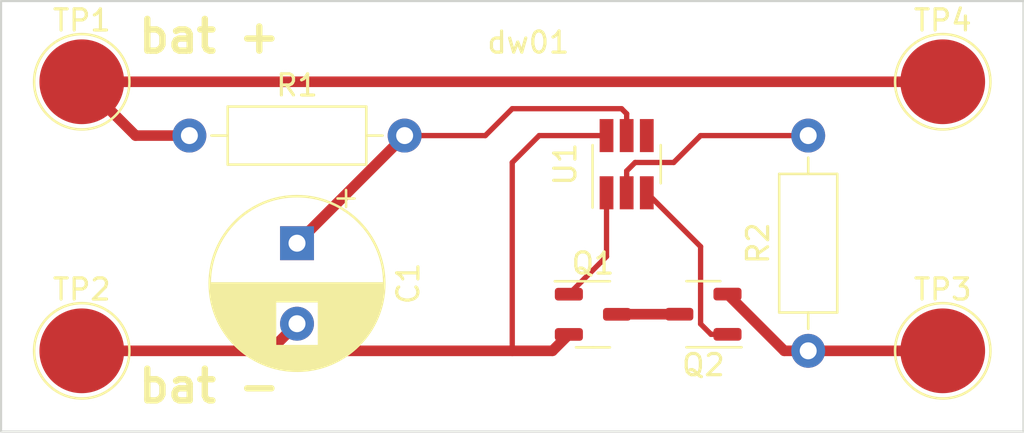
<source format=kicad_pcb>
(kicad_pcb (version 20221018) (generator pcbnew)
  (layers (0 "F.Cu" signal) (31 "B.Cu" signal) (34 "B.Paste" user) (35 "F.Paste" user) (36 "B.SilkS" user "B.Silkscreen") (37 "F.SilkS" user "F.Silkscreen") (38 "B.Mask" user) (39 "F.Mask" user) (44 "Edge.Cuts" user))
  (net 0 "")
  (net 1 "Net-(Q1-D)")
  (net 2 "Net-(Q1-G)")
  (net 3 "Net-(U1-VDD)")
  (net 4 "Net-(U1-CSI)")
  (net 6 "Net-(Q1-S)")
  (net 7 "Net-(R1-Pad1)")
  (net 8 "Net-(Q2-G)")
  (net 9 "Net-(Q2-S)")
  (footprint "Resistor_THT:R_Axial_DIN0207_L6.3mm_D2.5mm_P10.16mm_Horizontal" (layer "F.Cu") (at 102.87 86.36 90)
    (fp_text reference "R2" (at 5.08 -2.37 90) (layer "F.SilkS"))
    (fp_text value "1k")
    (fp_line (start 1.04 0) (end 1.81 0) (stroke (width 0.12)) (layer "F.SilkS"))
    (fp_line (start 1.81 -1.37) (end 1.81 1.37) (stroke (width 0.12)) (layer "F.SilkS"))
    (fp_line (start 1.81 1.37) (end 8.35 1.37) (stroke (width 0.12)) (layer "F.SilkS"))
    (fp_line (start 8.35 -1.37) (end 1.81 -1.37) (stroke (width 0.12)) (layer "F.SilkS"))
    (fp_line (start 8.35 1.37) (end 8.35 -1.37) (stroke (width 0.12)) (layer "F.SilkS"))
    (fp_line (start 9.12 0) (end 8.35 0) (stroke (width 0.12)) (layer "F.SilkS"))
    (pad "1" thru_hole circle (at 0 0 90) (size 1.6 1.6) (drill 0.8) (layers "*.Cu" "*.Mask") (net 9 "Net-(Q2-S)"))
    (pad "2" thru_hole oval (at 10.16 0 90) (size 1.6 1.6) (drill 0.8) (layers "*.Cu" "*.Mask") (net 4 "Net-(U1-CSI)"))
  )
  (footprint "TestPoint:TestPoint_Pad_D4.0mm" (layer "F.Cu") (at 68.58 86.36)
    (fp_text reference "TP2" (at 0 -2.898) (layer "F.SilkS"))
    (fp_text value "Bat -")
    (fp_circle (center 0 0) (end 0 2.25) (stroke (width 0.12)) (fill none) (layer "F.SilkS"))
    (pad "1" smd circle (at 0 0) (size 4 4) (layers "F.Cu" "F.Mask") (net 6 "Net-(Q1-S)"))
  )
  (footprint "Package_TO_SOT_SMD:SOT-23-6_Handsoldering" (layer "F.Cu") (at 94.3 77.55 90)
    (fp_text reference "U1" (at 0 -2.9 90) (layer "F.SilkS"))
    (fp_text value "~")
    (fp_line (start -0.9 1.61) (end 0.9 1.61) (stroke (width 0.12)) (layer "F.SilkS"))
    (fp_line (start 0.9 -1.61) (end -2.05 -1.61) (stroke (width 0.12)) (layer "F.SilkS"))
    (pad "1" smd rect (at -1.35 -0.95 90) (size 1.56 0.65) (layers "F.Cu" "F.Paste" "F.Mask") (net 2 "Net-(Q1-G)"))
    (pad "2" smd rect (at -1.35 0 90) (size 1.56 0.65) (layers "F.Cu" "F.Paste" "F.Mask") (net 4 "Net-(U1-CSI)"))
    (pad "3" smd rect (at -1.35 0.95 90) (size 1.56 0.65) (layers "F.Cu" "F.Paste" "F.Mask") (net 8 "Net-(Q2-G)"))
    (pad "4" smd rect (at 1.35 0.95 90) (size 1.56 0.65) (layers "F.Cu" "F.Paste" "F.Mask"))
    (pad "5" smd rect (at 1.35 0 90) (size 1.56 0.65) (layers "F.Cu" "F.Paste" "F.Mask") (net 3 "Net-(U1-VDD)"))
    (pad "6" smd rect (at 1.35 -0.95 90) (size 1.56 0.65) (layers "F.Cu" "F.Paste" "F.Mask") (net 6 "Net-(Q1-S)"))
  )
  (footprint "Package_TO_SOT_SMD:SOT-23-3" (layer "F.Cu") (at 92.71 84.635967)
    (fp_text reference "Q1" (at 0 -2.4) (layer "F.SilkS"))
    (fp_text value "~")
    (fp_line (start 0 -1.56) (end -1.8 -1.56) (stroke (width 0.12)) (layer "F.SilkS"))
    (fp_line (start 0 -1.56) (end 0.8 -1.56) (stroke (width 0.12)) (layer "F.SilkS"))
    (fp_line (start 0 1.56) (end -0.8 1.56) (stroke (width 0.12)) (layer "F.SilkS"))
    (fp_line (start 0 1.56) (end 0.8 1.56) (stroke (width 0.12)) (layer "F.SilkS"))
    (pad "1" smd roundrect (at -1.1375 -0.95) (size 1.325 0.6) (layers "F.Cu" "F.Paste" "F.Mask") (net 2 "Net-(Q1-G)"))
    (pad "2" smd roundrect (at -1.1375 0.95) (size 1.325 0.6) (layers "F.Cu" "F.Paste" "F.Mask") (net 6 "Net-(Q1-S)"))
    (pad "3" smd roundrect (at 1.1375 0) (size 1.325 0.6) (layers "F.Cu" "F.Paste" "F.Mask") (net 1 "Net-(Q1-D)"))
  )
  (footprint "TestPoint:TestPoint_Pad_D4.0mm" (layer "F.Cu") (at 109.22 86.36)
    (fp_text reference "TP3" (at 0 -2.898) (layer "F.SilkS"))
    (fp_text value "Load -")
    (fp_circle (center 0 0) (end 0 2.25) (stroke (width 0.12)) (fill none) (layer "F.SilkS"))
    (pad "1" smd circle (at 0 0) (size 4 4) (layers "F.Cu" "F.Mask") (net 9 "Net-(Q2-S)"))
  )
  (footprint "Capacitor_THT:CP_Radial_D8.0mm_P3.80mm" (layer "F.Cu") (at 78.74 81.28 -90)
    (fp_text reference "C1" (at 1.9 -5.25 90) (layer "F.SilkS"))
    (fp_text value ".1uF")
    (fp_line (start -2.509698 -2.315) (end -1.709698 -2.315) (stroke (width 0.12)) (layer "F.SilkS"))
    (fp_line (start -2.109698 -2.715) (end -2.109698 -1.915) (stroke (width 0.12)) (layer "F.SilkS"))
    (fp_line (start 1.9 -4.08) (end 1.9 4.08) (stroke (width 0.12)) (layer "F.SilkS"))
    (fp_line (start 1.94 -4.08) (end 1.94 4.08) (stroke (width 0.12)) (layer "F.SilkS"))
    (fp_line (start 1.98 -4.08) (end 1.98 4.08) (stroke (width 0.12)) (layer "F.SilkS"))
    (fp_line (start 2.02 -4.079) (end 2.02 4.079) (stroke (width 0.12)) (layer "F.SilkS"))
    (fp_line (start 2.06 -4.077) (end 2.06 4.077) (stroke (width 0.12)) (layer "F.SilkS"))
    (fp_line (start 2.1 -4.076) (end 2.1 4.076) (stroke (width 0.12)) (layer "F.SilkS"))
    (fp_line (start 2.14 -4.074) (end 2.14 4.074) (stroke (width 0.12)) (layer "F.SilkS"))
    (fp_line (start 2.18 -4.071) (end 2.18 4.071) (stroke (width 0.12)) (layer "F.SilkS"))
    (fp_line (start 2.22 -4.068) (end 2.22 4.068) (stroke (width 0.12)) (layer "F.SilkS"))
    (fp_line (start 2.26 -4.065) (end 2.26 4.065) (stroke (width 0.12)) (layer "F.SilkS"))
    (fp_line (start 2.3 -4.061) (end 2.3 4.061) (stroke (width 0.12)) (layer "F.SilkS"))
    (fp_line (start 2.34 -4.057) (end 2.34 4.057) (stroke (width 0.12)) (layer "F.SilkS"))
    (fp_line (start 2.38 -4.052) (end 2.38 4.052) (stroke (width 0.12)) (layer "F.SilkS"))
    (fp_line (start 2.42 -4.048) (end 2.42 4.048) (stroke (width 0.12)) (layer "F.SilkS"))
    (fp_line (start 2.46 -4.042) (end 2.46 4.042) (stroke (width 0.12)) (layer "F.SilkS"))
    (fp_line (start 2.5 -4.037) (end 2.5 4.037) (stroke (width 0.12)) (layer "F.SilkS"))
    (fp_line (start 2.54 -4.03) (end 2.54 4.03) (stroke (width 0.12)) (layer "F.SilkS"))
    (fp_line (start 2.58 -4.024) (end 2.58 4.024) (stroke (width 0.12)) (layer "F.SilkS"))
    (fp_line (start 2.621 -4.017) (end 2.621 4.017) (stroke (width 0.12)) (layer "F.SilkS"))
    (fp_line (start 2.661 -4.01) (end 2.661 4.01) (stroke (width 0.12)) (layer "F.SilkS"))
    (fp_line (start 2.701 -4.002) (end 2.701 4.002) (stroke (width 0.12)) (layer "F.SilkS"))
    (fp_line (start 2.741 -3.994) (end 2.741 3.994) (stroke (width 0.12)) (layer "F.SilkS"))
    (fp_line (start 2.781 -3.985) (end 2.781 -1.04) (stroke (width 0.12)) (layer "F.SilkS"))
    (fp_line (start 2.781 1.04) (end 2.781 3.985) (stroke (width 0.12)) (layer "F.SilkS"))
    (fp_line (start 2.821 -3.976) (end 2.821 -1.04) (stroke (width 0.12)) (layer "F.SilkS"))
    (fp_line (start 2.821 1.04) (end 2.821 3.976) (stroke (width 0.12)) (layer "F.SilkS"))
    (fp_line (start 2.861 -3.967) (end 2.861 -1.04) (stroke (width 0.12)) (layer "F.SilkS"))
    (fp_line (start 2.861 1.04) (end 2.861 3.967) (stroke (width 0.12)) (layer "F.SilkS"))
    (fp_line (start 2.901 -3.957) (end 2.901 -1.04) (stroke (width 0.12)) (layer "F.SilkS"))
    (fp_line (start 2.901 1.04) (end 2.901 3.957) (stroke (width 0.12)) (layer "F.SilkS"))
    (fp_line (start 2.941 -3.947) (end 2.941 -1.04) (stroke (width 0.12)) (layer "F.SilkS"))
    (fp_line (start 2.941 1.04) (end 2.941 3.947) (stroke (width 0.12)) (layer "F.SilkS"))
    (fp_line (start 2.981 -3.936) (end 2.981 -1.04) (stroke (width 0.12)) (layer "F.SilkS"))
    (fp_line (start 2.981 1.04) (end 2.981 3.936) (stroke (width 0.12)) (layer "F.SilkS"))
    (fp_line (start 3.021 -3.925) (end 3.021 -1.04) (stroke (width 0.12)) (layer "F.SilkS"))
    (fp_line (start 3.021 1.04) (end 3.021 3.925) (stroke (width 0.12)) (layer "F.SilkS"))
    (fp_line (start 3.061 -3.914) (end 3.061 -1.04) (stroke (width 0.12)) (layer "F.SilkS"))
    (fp_line (start 3.061 1.04) (end 3.061 3.914) (stroke (width 0.12)) (layer "F.SilkS"))
    (fp_line (start 3.101 -3.902) (end 3.101 -1.04) (stroke (width 0.12)) (layer "F.SilkS"))
    (fp_line (start 3.101 1.04) (end 3.101 3.902) (stroke (width 0.12)) (layer "F.SilkS"))
    (fp_line (start 3.141 -3.889) (end 3.141 -1.04) (stroke (width 0.12)) (layer "F.SilkS"))
    (fp_line (start 3.141 1.04) (end 3.141 3.889) (stroke (width 0.12)) (layer "F.SilkS"))
    (fp_line (start 3.181 -3.877) (end 3.181 -1.04) (stroke (width 0.12)) (layer "F.SilkS"))
    (fp_line (start 3.181 1.04) (end 3.181 3.877) (stroke (width 0.12)) (layer "F.SilkS"))
    (fp_line (start 3.221 -3.863) (end 3.221 -1.04) (stroke (width 0.12)) (layer "F.SilkS"))
    (fp_line (start 3.221 1.04) (end 3.221 3.863) (stroke (width 0.12)) (layer "F.SilkS"))
    (fp_line (start 3.261 -3.85) (end 3.261 -1.04) (stroke (width 0.12)) (layer "F.SilkS"))
    (fp_line (start 3.261 1.04) (end 3.261 3.85) (stroke (width 0.12)) (layer "F.SilkS"))
    (fp_line (start 3.301 -3.835) (end 3.301 -1.04) (stroke (width 0.12)) (layer "F.SilkS"))
    (fp_line (start 3.301 1.04) (end 3.301 3.835) (stroke (width 0.12)) (layer "F.SilkS"))
    (fp_line (start 3.341 -3.821) (end 3.341 -1.04) (stroke (width 0.12)) (layer "F.SilkS"))
    (fp_line (start 3.341 1.04) (end 3.341 3.821) (stroke (width 0.12)) (layer "F.SilkS"))
    (fp_line (start 3.381 -3.805) (end 3.381 -1.04) (stroke (width 0.12)) (layer "F.SilkS"))
    (fp_line (start 3.381 1.04) (end 3.381 3.805) (stroke (width 0.12)) (layer "F.SilkS"))
    (fp_line (start 3.421 -3.79) (end 3.421 -1.04) (stroke (width 0.12)) (layer "F.SilkS"))
    (fp_line (start 3.421 1.04) (end 3.421 3.79) (stroke (width 0.12)) (layer "F.SilkS"))
    (fp_line (start 3.461 -3.774) (end 3.461 -1.04) (stroke (width 0.12)) (layer "F.SilkS"))
    (fp_line (start 3.461 1.04) (end 3.461 3.774) (stroke (width 0.12)) (layer "F.SilkS"))
    (fp_line (start 3.501 -3.757) (end 3.501 -1.04) (stroke (width 0.12)) (layer "F.SilkS"))
    (fp_line (start 3.501 1.04) (end 3.501 3.757) (stroke (width 0.12)) (layer "F.SilkS"))
    (fp_line (start 3.541 -3.74) (end 3.541 -1.04) (stroke (width 0.12)) (layer "F.SilkS"))
    (fp_line (start 3.541 1.04) (end 3.541 3.74) (stroke (width 0.12)) (layer "F.SilkS"))
    (fp_line (start 3.581 -3.722) (end 3.581 -1.04) (stroke (width 0.12)) (layer "F.SilkS"))
    (fp_line (start 3.581 1.04) (end 3.581 3.722) (stroke (width 0.12)) (layer "F.SilkS"))
    (fp_line (start 3.621 -3.704) (end 3.621 -1.04) (stroke (width 0.12)) (layer "F.SilkS"))
    (fp_line (start 3.621 1.04) (end 3.621 3.704) (stroke (width 0.12)) (layer "F.SilkS"))
    (fp_line (start 3.661 -3.686) (end 3.661 -1.04) (stroke (width 0.12)) (layer "F.SilkS"))
    (fp_line (start 3.661 1.04) (end 3.661 3.686) (stroke (width 0.12)) (layer "F.SilkS"))
    (fp_line (start 3.701 -3.666) (end 3.701 -1.04) (stroke (width 0.12)) (layer "F.SilkS"))
    (fp_line (start 3.701 1.04) (end 3.701 3.666) (stroke (width 0.12)) (layer "F.SilkS"))
    (fp_line (start 3.741 -3.647) (end 3.741 -1.04) (stroke (width 0.12)) (layer "F.SilkS"))
    (fp_line (start 3.741 1.04) (end 3.741 3.647) (stroke (width 0.12)) (layer "F.SilkS"))
    (fp_line (start 3.781 -3.627) (end 3.781 -1.04) (stroke (width 0.12)) (layer "F.SilkS"))
    (fp_line (start 3.781 1.04) (end 3.781 3.627) (stroke (width 0.12)) (layer "F.SilkS"))
    (fp_line (start 3.821 -3.606) (end 3.821 -1.04) (stroke (width 0.12)) (layer "F.SilkS"))
    (fp_line (start 3.821 1.04) (end 3.821 3.606) (stroke (width 0.12)) (layer "F.SilkS"))
    (fp_line (start 3.861 -3.584) (end 3.861 -1.04) (stroke (width 0.12)) (layer "F.SilkS"))
    (fp_line (start 3.861 1.04) (end 3.861 3.584) (stroke (width 0.12)) (layer "F.SilkS"))
    (fp_line (start 3.901 -3.562) (end 3.901 -1.04) (stroke (width 0.12)) (layer "F.SilkS"))
    (fp_line (start 3.901 1.04) (end 3.901 3.562) (stroke (width 0.12)) (layer "F.SilkS"))
    (fp_line (start 3.941 -3.54) (end 3.941 -1.04) (stroke (width 0.12)) (layer "F.SilkS"))
    (fp_line (start 3.941 1.04) (end 3.941 3.54) (stroke (width 0.12)) (layer "F.SilkS"))
    (fp_line (start 3.981 -3.517) (end 3.981 -1.04) (stroke (width 0.12)) (layer "F.SilkS"))
    (fp_line (start 3.981 1.04) (end 3.981 3.517) (stroke (width 0.12)) (layer "F.SilkS"))
    (fp_line (start 4.021 -3.493) (end 4.021 -1.04) (stroke (width 0.12)) (layer "F.SilkS"))
    (fp_line (start 4.021 1.04) (end 4.021 3.493) (stroke (width 0.12)) (layer "F.SilkS"))
    (fp_line (start 4.061 -3.469) (end 4.061 -1.04) (stroke (width 0.12)) (layer "F.SilkS"))
    (fp_line (start 4.061 1.04) (end 4.061 3.469) (stroke (width 0.12)) (layer "F.SilkS"))
    (fp_line (start 4.101 -3.444) (end 4.101 -1.04) (stroke (width 0.12)) (layer "F.SilkS"))
    (fp_line (start 4.101 1.04) (end 4.101 3.444) (stroke (width 0.12)) (layer "F.SilkS"))
    (fp_line (start 4.141 -3.418) (end 4.141 -1.04) (stroke (width 0.12)) (layer "F.SilkS"))
    (fp_line (start 4.141 1.04) (end 4.141 3.418) (stroke (width 0.12)) (layer "F.SilkS"))
    (fp_line (start 4.181 -3.392) (end 4.181 -1.04) (stroke (width 0.12)) (layer "F.SilkS"))
    (fp_line (start 4.181 1.04) (end 4.181 3.392) (stroke (width 0.12)) (layer "F.SilkS"))
    (fp_line (start 4.221 -3.365) (end 4.221 -1.04) (stroke (width 0.12)) (layer "F.SilkS"))
    (fp_line (start 4.221 1.04) (end 4.221 3.365) (stroke (width 0.12)) (layer "F.SilkS"))
    (fp_line (start 4.261 -3.338) (end 4.261 -1.04) (stroke (width 0.12)) (layer "F.SilkS"))
    (fp_line (start 4.261 1.04) (end 4.261 3.338) (stroke (width 0.12)) (layer "F.SilkS"))
    (fp_line (start 4.301 -3.309) (end 4.301 -1.04) (stroke (width 0.12)) (layer "F.SilkS"))
    (fp_line (start 4.301 1.04) (end 4.301 3.309) (stroke (width 0.12)) (layer "F.SilkS"))
    (fp_line (start 4.341 -3.28) (end 4.341 -1.04) (stroke (width 0.12)) (layer "F.SilkS"))
    (fp_line (start 4.341 1.04) (end 4.341 3.28) (stroke (width 0.12)) (layer "F.SilkS"))
    (fp_line (start 4.381 -3.25) (end 4.381 -1.04) (stroke (width 0.12)) (layer "F.SilkS"))
    (fp_line (start 4.381 1.04) (end 4.381 3.25) (stroke (width 0.12)) (layer "F.SilkS"))
    (fp_line (start 4.421 -3.22) (end 4.421 -1.04) (stroke (width 0.12)) (layer "F.SilkS"))
    (fp_line (start 4.421 1.04) (end 4.421 3.22) (stroke (width 0.12)) (layer "F.SilkS"))
    (fp_line (start 4.461 -3.189) (end 4.461 -1.04) (stroke (width 0.12)) (layer "F.SilkS"))
    (fp_line (start 4.461 1.04) (end 4.461 3.189) (stroke (width 0.12)) (layer "F.SilkS"))
    (fp_line (start 4.501 -3.156) (end 4.501 -1.04) (stroke (width 0.12)) (layer "F.SilkS"))
    (fp_line (start 4.501 1.04) (end 4.501 3.156) (stroke (width 0.12)) (layer "F.SilkS"))
    (fp_line (start 4.541 -3.124) (end 4.541 -1.04) (stroke (width 0.12)) (layer "F.SilkS"))
    (fp_line (start 4.541 1.04) (end 4.541 3.124) (stroke (width 0.12)) (layer "F.SilkS"))
    (fp_line (start 4.581 -3.09) (end 4.581 -1.04) (stroke (width 0.12)) (layer "F.SilkS"))
    (fp_line (start 4.581 1.04) (end 4.581 3.09) (stroke (width 0.12)) (layer "F.SilkS"))
    (fp_line (start 4.621 -3.055) (end 4.621 -1.04) (stroke (width 0.12)) (layer "F.SilkS"))
    (fp_line (start 4.621 1.04) (end 4.621 3.055) (stroke (width 0.12)) (layer "F.SilkS"))
    (fp_line (start 4.661 -3.019) (end 4.661 -1.04) (stroke (width 0.12)) (layer "F.SilkS"))
    (fp_line (start 4.661 1.04) (end 4.661 3.019) (stroke (width 0.12)) (layer "F.SilkS"))
    (fp_line (start 4.701 -2.983) (end 4.701 -1.04) (stroke (width 0.12)) (layer "F.SilkS"))
    (fp_line (start 4.701 1.04) (end 4.701 2.983) (stroke (width 0.12)) (layer "F.SilkS"))
    (fp_line (start 4.741 -2.945) (end 4.741 -1.04) (stroke (width 0.12)) (layer "F.SilkS"))
    (fp_line (start 4.741 1.04) (end 4.741 2.945) (stroke (width 0.12)) (layer "F.SilkS"))
    (fp_line (start 4.781 -2.907) (end 4.781 -1.04) (stroke (width 0.12)) (layer "F.SilkS"))
    (fp_line (start 4.781 1.04) (end 4.781 2.907) (stroke (width 0.12)) (layer "F.SilkS"))
    (fp_line (start 4.821 -2.867) (end 4.821 -1.04) (stroke (width 0.12)) (layer "F.SilkS"))
    (fp_line (start 4.821 1.04) (end 4.821 2.867) (stroke (width 0.12)) (layer "F.SilkS"))
    (fp_line (start 4.861 -2.826) (end 4.861 2.826) (stroke (width 0.12)) (layer "F.SilkS"))
    (fp_line (start 4.901 -2.784) (end 4.901 2.784) (stroke (width 0.12)) (layer "F.SilkS"))
    (fp_line (start 4.941 -2.741) (end 4.941 2.741) (stroke (width 0.12)) (layer "F.SilkS"))
    (fp_line (start 4.981 -2.697) (end 4.981 2.697) (stroke (width 0.12)) (layer "F.SilkS"))
    (fp_line (start 5.021 -2.651) (end 5.021 2.651) (stroke (width 0.12)) (layer "F.SilkS"))
    (fp_line (start 5.061 -2.604) (end 5.061 2.604) (stroke (width 0.12)) (layer "F.SilkS"))
    (fp_line (start 5.101 -2.556) (end 5.101 2.556) (stroke (width 0.12)) (layer "F.SilkS"))
    (fp_line (start 5.141 -2.505) (end 5.141 2.505) (stroke (width 0.12)) (layer "F.SilkS"))
    (fp_line (start 5.181 -2.454) (end 5.181 2.454) (stroke (width 0.12)) (layer "F.SilkS"))
    (fp_line (start 5.221 -2.4) (end 5.221 2.4) (stroke (width 0.12)) (layer "F.SilkS"))
    (fp_line (start 5.261 -2.345) (end 5.261 2.345) (stroke (width 0.12)) (layer "F.SilkS"))
    (fp_line (start 5.301 -2.287) (end 5.301 2.287) (stroke (width 0.12)) (layer "F.SilkS"))
    (fp_line (start 5.341 -2.228) (end 5.341 2.228) (stroke (width 0.12)) (layer "F.SilkS"))
    (fp_line (start 5.381 -2.166) (end 5.381 2.166) (stroke (width 0.12)) (layer "F.SilkS"))
    (fp_line (start 5.421 -2.102) (end 5.421 2.102) (stroke (width 0.12)) (layer "F.SilkS"))
    (fp_line (start 5.461 -2.034) (end 5.461 2.034) (stroke (width 0.12)) (layer "F.SilkS"))
    (fp_line (start 5.501 -1.964) (end 5.501 1.964) (stroke (width 0.12)) (layer "F.SilkS"))
    (fp_line (start 5.541 -1.89) (end 5.541 1.89) (stroke (width 0.12)) (layer "F.SilkS"))
    (fp_line (start 5.581 -1.813) (end 5.581 1.813) (stroke (width 0.12)) (layer "F.SilkS"))
    (fp_line (start 5.621 -1.731) (end 5.621 1.731) (stroke (width 0.12)) (layer "F.SilkS"))
    (fp_line (start 5.661 -1.645) (end 5.661 1.645) (stroke (width 0.12)) (layer "F.SilkS"))
    (fp_line (start 5.701 -1.552) (end 5.701 1.552) (stroke (width 0.12)) (layer "F.SilkS"))
    (fp_line (start 5.741 -1.453) (end 5.741 1.453) (stroke (width 0.12)) (layer "F.SilkS"))
    (fp_line (start 5.781 -1.346) (end 5.781 1.346) (stroke (width 0.12)) (layer "F.SilkS"))
    (fp_line (start 5.821 -1.229) (end 5.821 1.229) (stroke (width 0.12)) (layer "F.SilkS"))
    (fp_line (start 5.861 -1.098) (end 5.861 1.098) (stroke (width 0.12)) (layer "F.SilkS"))
    (fp_line (start 5.901 -0.948) (end 5.901 0.948) (stroke (width 0.12)) (layer "F.SilkS"))
    (fp_line (start 5.941 -0.768) (end 5.941 0.768) (stroke (width 0.12)) (layer "F.SilkS"))
    (fp_line (start 5.981 -0.533) (end 5.981 0.533) (stroke (width 0.12)) (layer "F.SilkS"))
    (fp_circle (center 1.9 0) (end 6.02 0) (stroke (width 0.12)) (fill none) (layer "F.SilkS"))
    (pad "1" thru_hole rect (at 0 0 270) (size 1.6 1.6) (drill 0.8) (layers "*.Cu" "*.Mask") (net 3 "Net-(U1-VDD)"))
    (pad "2" thru_hole circle (at 3.8 0 270) (size 1.6 1.6) (drill 0.8) (layers "*.Cu" "*.Mask") (net 6 "Net-(Q1-S)"))
  )
  (footprint "Resistor_THT:R_Axial_DIN0207_L6.3mm_D2.5mm_P10.16mm_Horizontal" (layer "F.Cu") (at 73.66 76.2)
    (fp_text reference "R1" (at 5.08 -2.37) (layer "F.SilkS"))
    (fp_text value "100")
    (fp_line (start 1.04 0) (end 1.81 0) (stroke (width 0.12)) (layer "F.SilkS"))
    (fp_line (start 1.81 -1.37) (end 1.81 1.37) (stroke (width 0.12)) (layer "F.SilkS"))
    (fp_line (start 1.81 1.37) (end 8.35 1.37) (stroke (width 0.12)) (layer "F.SilkS"))
    (fp_line (start 8.35 -1.37) (end 1.81 -1.37) (stroke (width 0.12)) (layer "F.SilkS"))
    (fp_line (start 8.35 1.37) (end 8.35 -1.37) (stroke (width 0.12)) (layer "F.SilkS"))
    (fp_line (start 9.12 0) (end 8.35 0) (stroke (width 0.12)) (layer "F.SilkS"))
    (pad "1" thru_hole circle (at 0 0) (size 1.6 1.6) (drill 0.8) (layers "*.Cu" "*.Mask") (net 7 "Net-(R1-Pad1)"))
    (pad "2" thru_hole oval (at 10.16 0) (size 1.6 1.6) (drill 0.8) (layers "*.Cu" "*.Mask") (net 3 "Net-(U1-VDD)"))
  )
  (footprint "TestPoint:TestPoint_Pad_D4.0mm" (layer "F.Cu") (at 68.58 73.66)
    (fp_text reference "TP1" (at 0 -2.898) (layer "F.SilkS"))
    (fp_text value "Bat +")
    (fp_circle (center 0 0) (end 0 2.25) (stroke (width 0.12)) (fill none) (layer "F.SilkS"))
    (pad "1" smd circle (at 0 0) (size 4 4) (layers "F.Cu" "F.Mask") (net 7 "Net-(R1-Pad1)"))
  )
  (footprint "TestPoint:TestPoint_Pad_D4.0mm" (layer "F.Cu") (at 109.22 73.66)
    (fp_text reference "TP4" (at 0 -2.898) (layer "F.SilkS"))
    (fp_text value "Load +")
    (fp_circle (center 0 0) (end 0 2.25) (stroke (width 0.12)) (fill none) (layer "F.SilkS"))
    (pad "1" smd circle (at 0 0) (size 4 4) (layers "F.Cu" "F.Mask") (net 7 "Net-(R1-Pad1)"))
  )
  (footprint "Package_TO_SOT_SMD:SOT-23-3" (layer "F.Cu") (at 97.9225 84.63131 180)
    (fp_text reference "Q2" (at 0 -2.4) (layer "F.SilkS"))
    (fp_text value "~")
    (fp_line (start 0 -1.56) (end -1.8 -1.56) (stroke (width 0.12)) (layer "F.SilkS"))
    (fp_line (start 0 -1.56) (end 0.8 -1.56) (stroke (width 0.12)) (layer "F.SilkS"))
    (fp_line (start 0 1.56) (end -0.8 1.56) (stroke (width 0.12)) (layer "F.SilkS"))
    (fp_line (start 0 1.56) (end 0.8 1.56) (stroke (width 0.12)) (layer "F.SilkS"))
    (pad "1" smd roundrect (at -1.1375 -0.95 180) (size 1.325 0.6) (layers "F.Cu" "F.Paste" "F.Mask") (net 8 "Net-(Q2-G)"))
    (pad "2" smd roundrect (at -1.1375 0.95 180) (size 1.325 0.6) (layers "F.Cu" "F.Paste" "F.Mask") (net 9 "Net-(Q2-S)"))
    (pad "3" smd roundrect (at 1.1375 0 180) (size 1.325 0.6) (layers "F.Cu" "F.Paste" "F.Mask") (net 1 "Net-(Q1-D)"))
  )
  (gr_rect (start 64.77 69.85) (end 113.03 90.17) (stroke (width 0.1)) (fill none) (layer "Edge.Cuts"))
  (gr_text "bat +" (at 71.12 72.39) (layer "F.SilkS") (effects (font (size 1.5 1.5) (thickness 0.3) bold) (justify left bottom)))
  (gr_text "dw01" (at 87.63 72.39) (layer "F.SilkS") (effects (font (size 1 1)) (justify left bottom)))
  (gr_text "bat -" (at 71.12 88.9) (layer "F.SilkS") (effects (font (size 1.5 1.5) (thickness 0.3) bold) (justify left bottom)))
  (segment (start 96.785 84.63131) (end 93.852157 84.63131) (width 0.5) (layer "F.Cu") (net 1))
  (segment (start 93.852157 84.63131) (end 93.8475 84.635967) (width 0.25) (layer "F.Cu") (net 1))
  (segment (start 93.35 81.908467) (end 93.35 78.9) (width 0.25) (layer "F.Cu") (net 2))
  (segment (start 91.5725 83.685967) (end 93.35 81.908467) (width 0.25) (layer "F.Cu") (net 2))
  (segment (start 88.9 74.93) (end 94.06 74.93) (width 0.25) (layer "F.Cu") (net 3))
  (segment (start 94.06 74.93) (end 94.3 75.17) (width 0.25) (layer "F.Cu") (net 3))
  (segment (start 78.74 81.28) (end 83.82 76.2) (width 0.5) (layer "F.Cu") (net 3))
  (segment (start 83.82 76.2) (end 87.63 76.2) (width 0.25) (layer "F.Cu") (net 3))
  (segment (start 94.3 75.17) (end 94.3 76.2) (width 0.25) (layer "F.Cu") (net 3))
  (segment (start 87.63 76.2) (end 88.9 74.93) (width 0.25) (layer "F.Cu") (net 3))
  (segment (start 97.79 76.2) (end 96.52 77.47) (width 0.25) (layer "F.Cu") (net 4))
  (segment (start 102.87 76.2) (end 97.79 76.2) (width 0.25) (layer "F.Cu") (net 4))
  (segment (start 96.52 77.47) (end 94.7 77.47) (width 0.25) (layer "F.Cu") (net 4))
  (segment (start 94.7 77.47) (end 94.3 77.87) (width 0.25) (layer "F.Cu") (net 4))
  (segment (start 94.3 77.87) (end 94.3 78.9) (width 0.25) (layer "F.Cu") (net 4))
  (segment (start 78.74 85.1) (end 77.48 86.36) (width 0.25) (layer "F.Cu") (net 6))
  (segment (start 68.58 86.36) (end 77.46 86.36) (width 0.5) (layer "F.Cu") (net 6))
  (segment (start 77.48 86.36) (end 88.9 86.36) (width 0.5) (layer "F.Cu") (net 6))
  (segment (start 77.46 86.36) (end 78.74 85.08) (width 0.5) (layer "F.Cu") (net 6))
  (segment (start 90.17 76.2) (end 93.35 76.2) (width 0.25) (layer "F.Cu") (net 6))
  (segment (start 90.798467 86.36) (end 91.5725 85.585967) (width 0.5) (layer "F.Cu") (net 6))
  (segment (start 88.9 86.36) (end 90.798467 86.36) (width 0.5) (layer "F.Cu") (net 6))
  (segment (start 88.9 86.36) (end 88.9 77.47) (width 0.25) (layer "F.Cu") (net 6))
  (segment (start 88.9 77.47) (end 90.17 76.2) (width 0.25) (layer "F.Cu") (net 6))
  (segment (start 78.74 85.08) (end 78.74 85.1) (width 0.25) (layer "F.Cu") (net 6))
  (segment (start 68.58 73.66) (end 109.22 73.66) (width 0.5) (layer "F.Cu") (net 7))
  (segment (start 68.58 73.66) (end 71.12 76.2) (width 0.5) (layer "F.Cu") (net 7))
  (segment (start 71.12 76.2) (end 73.66 76.2) (width 0.5) (layer "F.Cu") (net 7))
  (segment (start 97.79 85.09) (end 97.79 81.44) (width 0.25) (layer "F.Cu") (net 8))
  (segment (start 97.79 81.44) (end 95.25 78.9) (width 0.25) (layer "F.Cu") (net 8))
  (segment (start 98.28131 85.58131) (end 97.79 85.09) (width 0.25) (layer "F.Cu") (net 8))
  (segment (start 99.06 85.58131) (end 98.28131 85.58131) (width 0.25) (layer "F.Cu") (net 8))
  (segment (start 101.73869 86.36) (end 99.06 83.68131) (width 0.5) (layer "F.Cu") (net 9))
  (segment (start 109.22 86.36) (end 102.87 86.36) (width 0.5) (layer "F.Cu") (net 9))
  (segment (start 102.87 86.36) (end 101.73869 86.36) (width 0.5) (layer "F.Cu") (net 9))
)
</source>
